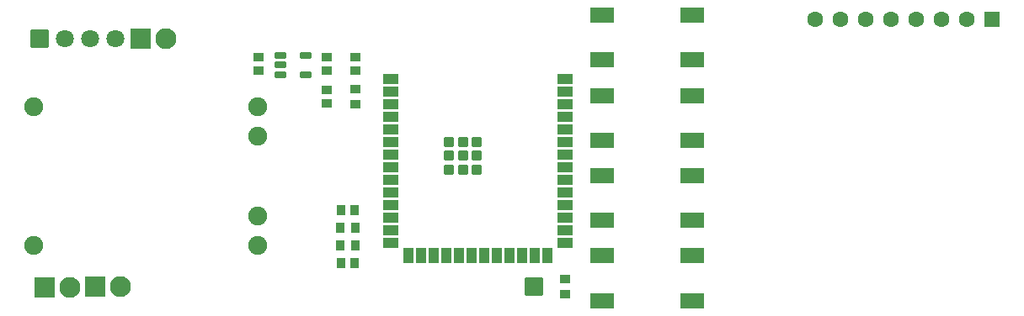
<source format=gts>
G04 Layer: TopSolderMaskLayer*
G04 EasyEDA Pro v2.0.25.bcaee6, 2025-12-15 15:41:01*
G04 Gerber Generator version 0.3*
G04 Scale: 100 percent, Rotated: No, Reflected: No*
G04 Dimensions in millimeters*
G04 Leading zeros omitted, absolute positions, 3 integers and 3 decimals*
%FSLAX33Y33*%
%MOMM*%
%AMRoundRect*1,1,$1,$2,$3*1,1,$1,$4,$5*1,1,$1,0-$2,0-$3*1,1,$1,0-$4,0-$5*20,1,$1,$2,$3,$4,$5,0*20,1,$1,$4,$5,0-$2,0-$3,0*20,1,$1,0-$2,0-$3,0-$4,0-$5,0*20,1,$1,0-$4,0-$5,$2,$3,0*4,1,4,$2,$3,$4,$5,0-$2,0-$3,0-$4,0-$5,$2,$3,0*%
%ADD10RoundRect,0.1X-0.75X0.45X0.75X0.45*%
%ADD11RoundRect,0.1X-0.45X-0.75X-0.45X0.75*%
%ADD12RoundRect,0.1X0.75X-0.45X-0.75X-0.45*%
%ADD13RoundRect,0.102X-0.45X-0.45X-0.45X0.45*%
%ADD14RoundRect,0.102X0.5X0.275X0.5X-0.275*%
%ADD15RoundRect,0.102X0.45X0.4X0.45X-0.4*%
%ADD16RoundRect,0.102X-0.45X-0.4X-0.45X0.4*%
%ADD17RoundRect,0.102X-0.432X-0.403X-0.432X0.403*%
%ADD18RoundRect,0.102X-0.403X0.432X0.403X0.432*%
%ADD19RoundRect,0.102X-1.0X1.0X1.0X1.0*%
%ADD20C,2.102*%
%ADD21RoundRect,0.102X0.4X-0.45X-0.4X-0.45*%
%ADD22RoundRect,0.102X0.432X0.403X0.432X-0.403*%
%ADD23RoundRect,0.102X1.15X-0.75X-1.15X-0.75*%
%ADD24RoundRect,0.102X-0.85X0.85X0.85X0.85*%
%ADD25C,1.802*%
%ADD26RoundRect,0.102X-1.15X0.75X1.15X0.75*%
%ADD27RoundRect,0.102X0.75X-0.75X-0.75X-0.75*%
%ADD28C,1.602*%
%ADD29C,1.902*%
G75*


G04 Pad Start*
G54D10*
G01X37478Y-72512D03*
G01X37478Y-73782D03*
G01X37478Y-75052D03*
G01X37478Y-76322D03*
G01X37478Y-77592D03*
G01X37478Y-78862D03*
G01X37478Y-80132D03*
G01X37478Y-81402D03*
G01X37478Y-82672D03*
G01X37478Y-83942D03*
G01X37478Y-85212D03*
G01X37478Y-86482D03*
G01X37478Y-87752D03*
G01X37478Y-89022D03*
G54D11*
G01X39243Y-90302D03*
G01X40513Y-90302D03*
G01X41783Y-90302D03*
G01X43053Y-90302D03*
G01X44323Y-90302D03*
G01X45593Y-90302D03*
G01X46863Y-90302D03*
G01X48133Y-90302D03*
G01X49403Y-90302D03*
G01X50673Y-90302D03*
G01X51943Y-90302D03*
G01X53213Y-90272D03*
G54D12*
G01X54978Y-89022D03*
G01X54978Y-87752D03*
G01X54978Y-86482D03*
G01X54978Y-85212D03*
G01X54978Y-83942D03*
G01X54978Y-82672D03*
G01X54978Y-81402D03*
G01X54978Y-80132D03*
G01X54978Y-78862D03*
G01X54978Y-77592D03*
G01X54978Y-76322D03*
G01X54978Y-75052D03*
G01X54978Y-73782D03*
G01X54978Y-72512D03*
G54D13*
G01X46128Y-81632D03*
G01X44728Y-81632D03*
G01X43328Y-81632D03*
G01X43328Y-78832D03*
G01X44728Y-78832D03*
G01X46128Y-78832D03*
G01X46128Y-80232D03*
G01X43328Y-80232D03*
G01X44728Y-80232D03*
G54D14*
G01X28872Y-70170D03*
G01X28872Y-72070D03*
G01X26329Y-72070D03*
G01X26329Y-71120D03*
G01X26329Y-70170D03*
G54D15*
G01X24130Y-71692D03*
G01X24130Y-70292D03*
G54D16*
G01X30988Y-70292D03*
G01X30988Y-71692D03*
G01X33909Y-70293D03*
G01X33909Y-71693D03*
G54D15*
G01X30988Y-74995D03*
G01X30988Y-73595D03*
G54D17*
G01X33909Y-73542D03*
G01X33909Y-75048D03*
G54D18*
G01X33899Y-87536D03*
G01X32392Y-87536D03*
G01X33899Y-89248D03*
G01X32392Y-89248D03*
G54D19*
G01X12319Y-68453D03*
G54D20*
G01X14859Y-68453D03*
G54D21*
G01X32446Y-91059D03*
G01X33846Y-91059D03*
G01X32446Y-85725D03*
G01X33846Y-85725D03*
G54D22*
G01X54991Y-94196D03*
G01X54991Y-92689D03*
G54D23*
G01X67791Y-70592D03*
G01X58691Y-70592D03*
G01X67791Y-66092D03*
G01X58691Y-66092D03*
G54D24*
G01X2159Y-68453D03*
G54D25*
G01X4699Y-68453D03*
G01X7239Y-68453D03*
G01X9779Y-68453D03*
G54D26*
G01X58686Y-74172D03*
G01X67785Y-74172D03*
G01X58686Y-78672D03*
G01X67785Y-78672D03*
G01X58680Y-82253D03*
G01X67780Y-82253D03*
G01X58680Y-86753D03*
G01X67780Y-86753D03*
G01X58696Y-90333D03*
G01X67796Y-90333D03*
G01X58696Y-94833D03*
G01X67796Y-94833D03*
G54D24*
G01X51829Y-93442D03*
G54D27*
G01X97917Y-66548D03*
G54D28*
G01X95377Y-66548D03*
G01X92837Y-66548D03*
G01X90297Y-66548D03*
G01X87757Y-66548D03*
G01X85217Y-66548D03*
G01X82677Y-66548D03*
G01X80137Y-66548D03*
G54D29*
G01X24077Y-75296D03*
G01X24077Y-78296D03*
G01X24077Y-86296D03*
G01X24077Y-89296D03*
G01X1577Y-75296D03*
G01X1577Y-89296D03*
G54D19*
G01X7747Y-93472D03*
G54D20*
G01X10287Y-93472D03*
G54D19*
G01X2639Y-93496D03*
G54D20*
G01X5179Y-93496D03*
G04 Pad End*

M02*

</source>
